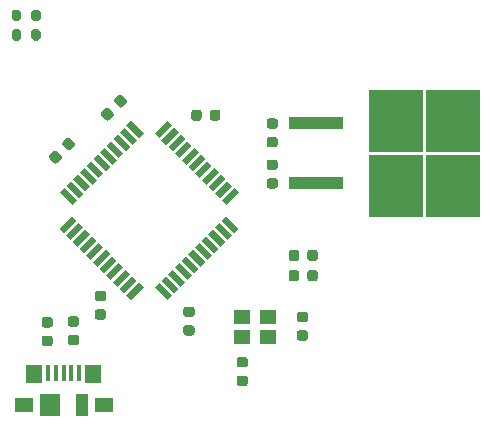
<source format=gtp>
G04 #@! TF.GenerationSoftware,KiCad,Pcbnew,(5.1.10-1-10_14)*
G04 #@! TF.CreationDate,2021-11-11T19:55:44+01:00*
G04 #@! TF.ProjectId,Demo Project 01,44656d6f-2050-4726-9f6a-656374203031,mk0*
G04 #@! TF.SameCoordinates,Original*
G04 #@! TF.FileFunction,Paste,Top*
G04 #@! TF.FilePolarity,Positive*
%FSLAX46Y46*%
G04 Gerber Fmt 4.6, Leading zero omitted, Abs format (unit mm)*
G04 Created by KiCad (PCBNEW (5.1.10-1-10_14)) date 2021-11-11 19:55:44*
%MOMM*%
%LPD*%
G01*
G04 APERTURE LIST*
%ADD10R,1.400000X1.200000*%
%ADD11R,0.450000X1.380000*%
%ADD12R,1.425000X1.550000*%
%ADD13R,1.650000X1.300000*%
%ADD14R,1.800000X1.900000*%
%ADD15R,1.000000X1.900000*%
%ADD16R,4.600000X1.100000*%
%ADD17R,4.550000X5.250000*%
%ADD18C,0.100000*%
G04 APERTURE END LIST*
G36*
G01*
X89428000Y-111739000D02*
X89428000Y-112289000D01*
G75*
G02*
X89228000Y-112489000I-200000J0D01*
G01*
X88828000Y-112489000D01*
G75*
G02*
X88628000Y-112289000I0J200000D01*
G01*
X88628000Y-111739000D01*
G75*
G02*
X88828000Y-111539000I200000J0D01*
G01*
X89228000Y-111539000D01*
G75*
G02*
X89428000Y-111739000I0J-200000D01*
G01*
G37*
G36*
G01*
X91078000Y-111739000D02*
X91078000Y-112289000D01*
G75*
G02*
X90878000Y-112489000I-200000J0D01*
G01*
X90478000Y-112489000D01*
G75*
G02*
X90278000Y-112289000I0J200000D01*
G01*
X90278000Y-111739000D01*
G75*
G02*
X90478000Y-111539000I200000J0D01*
G01*
X90878000Y-111539000D01*
G75*
G02*
X91078000Y-111739000I0J-200000D01*
G01*
G37*
G36*
G01*
X90278000Y-110638000D02*
X90278000Y-110088000D01*
G75*
G02*
X90478000Y-109888000I200000J0D01*
G01*
X90878000Y-109888000D01*
G75*
G02*
X91078000Y-110088000I0J-200000D01*
G01*
X91078000Y-110638000D01*
G75*
G02*
X90878000Y-110838000I-200000J0D01*
G01*
X90478000Y-110838000D01*
G75*
G02*
X90278000Y-110638000I0J200000D01*
G01*
G37*
G36*
G01*
X88628000Y-110638000D02*
X88628000Y-110088000D01*
G75*
G02*
X88828000Y-109888000I200000J0D01*
G01*
X89228000Y-109888000D01*
G75*
G02*
X89428000Y-110088000I0J-200000D01*
G01*
X89428000Y-110638000D01*
G75*
G02*
X89228000Y-110838000I-200000J0D01*
G01*
X88828000Y-110838000D01*
G75*
G02*
X88628000Y-110638000I0J200000D01*
G01*
G37*
D10*
X110363000Y-137590000D03*
X108163000Y-137590000D03*
X108163000Y-135890000D03*
X110363000Y-135890000D03*
G36*
G01*
X93570857Y-120760250D02*
X93933250Y-121122643D01*
G75*
G02*
X93933250Y-121432003I-154680J-154680D01*
G01*
X93623891Y-121741362D01*
G75*
G02*
X93314531Y-121741362I-154680J154680D01*
G01*
X92952138Y-121378969D01*
G75*
G02*
X92952138Y-121069609I154680J154680D01*
G01*
X93261497Y-120760250D01*
G75*
G02*
X93570857Y-120760250I154680J-154680D01*
G01*
G37*
G36*
G01*
X92457163Y-121873944D02*
X92819556Y-122236337D01*
G75*
G02*
X92819556Y-122545697I-154680J-154680D01*
G01*
X92510197Y-122855056D01*
G75*
G02*
X92200837Y-122855056I-154680J154680D01*
G01*
X91838444Y-122492663D01*
G75*
G02*
X91838444Y-122183303I154680J154680D01*
G01*
X92147803Y-121873944D01*
G75*
G02*
X92457163Y-121873944I154680J-154680D01*
G01*
G37*
G36*
G01*
X96853316Y-118239791D02*
X97215709Y-118602184D01*
G75*
G02*
X97215709Y-118911544I-154680J-154680D01*
G01*
X96906350Y-119220903D01*
G75*
G02*
X96596990Y-119220903I-154680J154680D01*
G01*
X96234597Y-118858510D01*
G75*
G02*
X96234597Y-118549150I154680J154680D01*
G01*
X96543956Y-118239791D01*
G75*
G02*
X96853316Y-118239791I154680J-154680D01*
G01*
G37*
G36*
G01*
X97967010Y-117126097D02*
X98329403Y-117488490D01*
G75*
G02*
X98329403Y-117797850I-154680J-154680D01*
G01*
X98020044Y-118107209D01*
G75*
G02*
X97710684Y-118107209I-154680J154680D01*
G01*
X97348291Y-117744816D01*
G75*
G02*
X97348291Y-117435456I154680J154680D01*
G01*
X97657650Y-117126097D01*
G75*
G02*
X97967010Y-117126097I154680J-154680D01*
G01*
G37*
G36*
G01*
X113489450Y-137902500D02*
X112976950Y-137902500D01*
G75*
G02*
X112758200Y-137683750I0J218750D01*
G01*
X112758200Y-137246250D01*
G75*
G02*
X112976950Y-137027500I218750J0D01*
G01*
X113489450Y-137027500D01*
G75*
G02*
X113708200Y-137246250I0J-218750D01*
G01*
X113708200Y-137683750D01*
G75*
G02*
X113489450Y-137902500I-218750J0D01*
G01*
G37*
G36*
G01*
X113489450Y-136327500D02*
X112976950Y-136327500D01*
G75*
G02*
X112758200Y-136108750I0J218750D01*
G01*
X112758200Y-135671250D01*
G75*
G02*
X112976950Y-135452500I218750J0D01*
G01*
X113489450Y-135452500D01*
G75*
G02*
X113708200Y-135671250I0J-218750D01*
G01*
X113708200Y-136108750D01*
G75*
G02*
X113489450Y-136327500I-218750J0D01*
G01*
G37*
G36*
G01*
X108409450Y-140162800D02*
X107896950Y-140162800D01*
G75*
G02*
X107678200Y-139944050I0J218750D01*
G01*
X107678200Y-139506550D01*
G75*
G02*
X107896950Y-139287800I218750J0D01*
G01*
X108409450Y-139287800D01*
G75*
G02*
X108628200Y-139506550I0J-218750D01*
G01*
X108628200Y-139944050D01*
G75*
G02*
X108409450Y-140162800I-218750J0D01*
G01*
G37*
G36*
G01*
X108409450Y-141737800D02*
X107896950Y-141737800D01*
G75*
G02*
X107678200Y-141519050I0J218750D01*
G01*
X107678200Y-141081550D01*
G75*
G02*
X107896950Y-140862800I218750J0D01*
G01*
X108409450Y-140862800D01*
G75*
G02*
X108628200Y-141081550I0J-218750D01*
G01*
X108628200Y-141519050D01*
G75*
G02*
X108409450Y-141737800I-218750J0D01*
G01*
G37*
G36*
G01*
X95882750Y-133674500D02*
X96395250Y-133674500D01*
G75*
G02*
X96614000Y-133893250I0J-218750D01*
G01*
X96614000Y-134330750D01*
G75*
G02*
X96395250Y-134549500I-218750J0D01*
G01*
X95882750Y-134549500D01*
G75*
G02*
X95664000Y-134330750I0J218750D01*
G01*
X95664000Y-133893250D01*
G75*
G02*
X95882750Y-133674500I218750J0D01*
G01*
G37*
G36*
G01*
X95882750Y-135249500D02*
X96395250Y-135249500D01*
G75*
G02*
X96614000Y-135468250I0J-218750D01*
G01*
X96614000Y-135905750D01*
G75*
G02*
X96395250Y-136124500I-218750J0D01*
G01*
X95882750Y-136124500D01*
G75*
G02*
X95664000Y-135905750I0J218750D01*
G01*
X95664000Y-135468250D01*
G75*
G02*
X95882750Y-135249500I218750J0D01*
G01*
G37*
G36*
G01*
X110424250Y-120657000D02*
X110936750Y-120657000D01*
G75*
G02*
X111155500Y-120875750I0J-218750D01*
G01*
X111155500Y-121313250D01*
G75*
G02*
X110936750Y-121532000I-218750J0D01*
G01*
X110424250Y-121532000D01*
G75*
G02*
X110205500Y-121313250I0J218750D01*
G01*
X110205500Y-120875750D01*
G75*
G02*
X110424250Y-120657000I218750J0D01*
G01*
G37*
G36*
G01*
X110424250Y-119082000D02*
X110936750Y-119082000D01*
G75*
G02*
X111155500Y-119300750I0J-218750D01*
G01*
X111155500Y-119738250D01*
G75*
G02*
X110936750Y-119957000I-218750J0D01*
G01*
X110424250Y-119957000D01*
G75*
G02*
X110205500Y-119738250I0J218750D01*
G01*
X110205500Y-119300750D01*
G75*
G02*
X110424250Y-119082000I218750J0D01*
G01*
G37*
G36*
G01*
X110936750Y-125024500D02*
X110424250Y-125024500D01*
G75*
G02*
X110205500Y-124805750I0J218750D01*
G01*
X110205500Y-124368250D01*
G75*
G02*
X110424250Y-124149500I218750J0D01*
G01*
X110936750Y-124149500D01*
G75*
G02*
X111155500Y-124368250I0J-218750D01*
G01*
X111155500Y-124805750D01*
G75*
G02*
X110936750Y-125024500I-218750J0D01*
G01*
G37*
G36*
G01*
X110936750Y-123449500D02*
X110424250Y-123449500D01*
G75*
G02*
X110205500Y-123230750I0J218750D01*
G01*
X110205500Y-122793250D01*
G75*
G02*
X110424250Y-122574500I218750J0D01*
G01*
X110936750Y-122574500D01*
G75*
G02*
X111155500Y-122793250I0J-218750D01*
G01*
X111155500Y-123230750D01*
G75*
G02*
X110936750Y-123449500I-218750J0D01*
G01*
G37*
D11*
X91727500Y-140653000D03*
X92377500Y-140653000D03*
X93027500Y-140653000D03*
X93677500Y-140653000D03*
X94327500Y-140653000D03*
D12*
X90540000Y-140738000D03*
X95515000Y-140738000D03*
D13*
X89652500Y-143313000D03*
X96402500Y-143313000D03*
D14*
X91877500Y-143313000D03*
D15*
X94577500Y-143313000D03*
G36*
G01*
X103375750Y-135020500D02*
X103888250Y-135020500D01*
G75*
G02*
X104107000Y-135239250I0J-218750D01*
G01*
X104107000Y-135676750D01*
G75*
G02*
X103888250Y-135895500I-218750J0D01*
G01*
X103375750Y-135895500D01*
G75*
G02*
X103157000Y-135676750I0J218750D01*
G01*
X103157000Y-135239250D01*
G75*
G02*
X103375750Y-135020500I218750J0D01*
G01*
G37*
G36*
G01*
X103375750Y-136595500D02*
X103888250Y-136595500D01*
G75*
G02*
X104107000Y-136814250I0J-218750D01*
G01*
X104107000Y-137251750D01*
G75*
G02*
X103888250Y-137470500I-218750J0D01*
G01*
X103375750Y-137470500D01*
G75*
G02*
X103157000Y-137251750I0J218750D01*
G01*
X103157000Y-136814250D01*
G75*
G02*
X103375750Y-136595500I218750J0D01*
G01*
G37*
G36*
G01*
X112959500Y-132141250D02*
X112959500Y-132653750D01*
G75*
G02*
X112740750Y-132872500I-218750J0D01*
G01*
X112303250Y-132872500D01*
G75*
G02*
X112084500Y-132653750I0J218750D01*
G01*
X112084500Y-132141250D01*
G75*
G02*
X112303250Y-131922500I218750J0D01*
G01*
X112740750Y-131922500D01*
G75*
G02*
X112959500Y-132141250I0J-218750D01*
G01*
G37*
G36*
G01*
X114534500Y-132141250D02*
X114534500Y-132653750D01*
G75*
G02*
X114315750Y-132872500I-218750J0D01*
G01*
X113878250Y-132872500D01*
G75*
G02*
X113659500Y-132653750I0J218750D01*
G01*
X113659500Y-132141250D01*
G75*
G02*
X113878250Y-131922500I218750J0D01*
G01*
X114315750Y-131922500D01*
G75*
G02*
X114534500Y-132141250I0J-218750D01*
G01*
G37*
G36*
G01*
X114534500Y-130426750D02*
X114534500Y-130939250D01*
G75*
G02*
X114315750Y-131158000I-218750J0D01*
G01*
X113878250Y-131158000D01*
G75*
G02*
X113659500Y-130939250I0J218750D01*
G01*
X113659500Y-130426750D01*
G75*
G02*
X113878250Y-130208000I218750J0D01*
G01*
X114315750Y-130208000D01*
G75*
G02*
X114534500Y-130426750I0J-218750D01*
G01*
G37*
G36*
G01*
X112959500Y-130426750D02*
X112959500Y-130939250D01*
G75*
G02*
X112740750Y-131158000I-218750J0D01*
G01*
X112303250Y-131158000D01*
G75*
G02*
X112084500Y-130939250I0J218750D01*
G01*
X112084500Y-130426750D01*
G75*
G02*
X112303250Y-130208000I218750J0D01*
G01*
X112740750Y-130208000D01*
G75*
G02*
X112959500Y-130426750I0J-218750D01*
G01*
G37*
G36*
G01*
X105404500Y-119064750D02*
X105404500Y-118552250D01*
G75*
G02*
X105623250Y-118333500I218750J0D01*
G01*
X106060750Y-118333500D01*
G75*
G02*
X106279500Y-118552250I0J-218750D01*
G01*
X106279500Y-119064750D01*
G75*
G02*
X106060750Y-119283500I-218750J0D01*
G01*
X105623250Y-119283500D01*
G75*
G02*
X105404500Y-119064750I0J218750D01*
G01*
G37*
G36*
G01*
X103829500Y-119064750D02*
X103829500Y-118552250D01*
G75*
G02*
X104048250Y-118333500I218750J0D01*
G01*
X104485750Y-118333500D01*
G75*
G02*
X104704500Y-118552250I0J-218750D01*
G01*
X104704500Y-119064750D01*
G75*
G02*
X104485750Y-119283500I-218750J0D01*
G01*
X104048250Y-119283500D01*
G75*
G02*
X103829500Y-119064750I0J218750D01*
G01*
G37*
G36*
G01*
X91374250Y-137484500D02*
X91886750Y-137484500D01*
G75*
G02*
X92105500Y-137703250I0J-218750D01*
G01*
X92105500Y-138140750D01*
G75*
G02*
X91886750Y-138359500I-218750J0D01*
G01*
X91374250Y-138359500D01*
G75*
G02*
X91155500Y-138140750I0J218750D01*
G01*
X91155500Y-137703250D01*
G75*
G02*
X91374250Y-137484500I218750J0D01*
G01*
G37*
G36*
G01*
X91374250Y-135909500D02*
X91886750Y-135909500D01*
G75*
G02*
X92105500Y-136128250I0J-218750D01*
G01*
X92105500Y-136565750D01*
G75*
G02*
X91886750Y-136784500I-218750J0D01*
G01*
X91374250Y-136784500D01*
G75*
G02*
X91155500Y-136565750I0J218750D01*
G01*
X91155500Y-136128250D01*
G75*
G02*
X91374250Y-135909500I218750J0D01*
G01*
G37*
G36*
G01*
X93596750Y-135846000D02*
X94109250Y-135846000D01*
G75*
G02*
X94328000Y-136064750I0J-218750D01*
G01*
X94328000Y-136502250D01*
G75*
G02*
X94109250Y-136721000I-218750J0D01*
G01*
X93596750Y-136721000D01*
G75*
G02*
X93378000Y-136502250I0J218750D01*
G01*
X93378000Y-136064750D01*
G75*
G02*
X93596750Y-135846000I218750J0D01*
G01*
G37*
G36*
G01*
X93596750Y-137421000D02*
X94109250Y-137421000D01*
G75*
G02*
X94328000Y-137639750I0J-218750D01*
G01*
X94328000Y-138077250D01*
G75*
G02*
X94109250Y-138296000I-218750J0D01*
G01*
X93596750Y-138296000D01*
G75*
G02*
X93378000Y-138077250I0J218750D01*
G01*
X93378000Y-137639750D01*
G75*
G02*
X93596750Y-137421000I218750J0D01*
G01*
G37*
D16*
X114430500Y-119507000D03*
X114430500Y-124587000D03*
D17*
X126005500Y-124822000D03*
X121155500Y-119272000D03*
X126005500Y-119272000D03*
X121155500Y-124822000D03*
D18*
G36*
X94132348Y-126006794D02*
G01*
X93743440Y-126395702D01*
X92682780Y-125335042D01*
X93071688Y-124946134D01*
X94132348Y-126006794D01*
G37*
G36*
X94698034Y-125441109D02*
G01*
X94309126Y-125830017D01*
X93248466Y-124769357D01*
X93637374Y-124380449D01*
X94698034Y-125441109D01*
G37*
G36*
X95263719Y-124875424D02*
G01*
X94874811Y-125264332D01*
X93814151Y-124203672D01*
X94203059Y-123814764D01*
X95263719Y-124875424D01*
G37*
G36*
X95829404Y-124309738D02*
G01*
X95440496Y-124698646D01*
X94379836Y-123637986D01*
X94768744Y-123249078D01*
X95829404Y-124309738D01*
G37*
G36*
X96395090Y-123744053D02*
G01*
X96006182Y-124132961D01*
X94945522Y-123072301D01*
X95334430Y-122683393D01*
X96395090Y-123744053D01*
G37*
G36*
X96960775Y-123178367D02*
G01*
X96571867Y-123567275D01*
X95511207Y-122506615D01*
X95900115Y-122117707D01*
X96960775Y-123178367D01*
G37*
G36*
X97526461Y-122612682D02*
G01*
X97137553Y-123001590D01*
X96076893Y-121940930D01*
X96465801Y-121552022D01*
X97526461Y-122612682D01*
G37*
G36*
X98092146Y-122046996D02*
G01*
X97703238Y-122435904D01*
X96642578Y-121375244D01*
X97031486Y-120986336D01*
X98092146Y-122046996D01*
G37*
G36*
X98657832Y-121481311D02*
G01*
X98268924Y-121870219D01*
X97208264Y-120809559D01*
X97597172Y-120420651D01*
X98657832Y-121481311D01*
G37*
G36*
X99223517Y-120915626D02*
G01*
X98834609Y-121304534D01*
X97773949Y-120243874D01*
X98162857Y-119854966D01*
X99223517Y-120915626D01*
G37*
G36*
X99789202Y-120349940D02*
G01*
X99400294Y-120738848D01*
X98339634Y-119678188D01*
X98728542Y-119289280D01*
X99789202Y-120349940D01*
G37*
G36*
X101132706Y-120738848D02*
G01*
X100743798Y-120349940D01*
X101804458Y-119289280D01*
X102193366Y-119678188D01*
X101132706Y-120738848D01*
G37*
G36*
X101698391Y-121304534D02*
G01*
X101309483Y-120915626D01*
X102370143Y-119854966D01*
X102759051Y-120243874D01*
X101698391Y-121304534D01*
G37*
G36*
X102264076Y-121870219D02*
G01*
X101875168Y-121481311D01*
X102935828Y-120420651D01*
X103324736Y-120809559D01*
X102264076Y-121870219D01*
G37*
G36*
X102829762Y-122435904D02*
G01*
X102440854Y-122046996D01*
X103501514Y-120986336D01*
X103890422Y-121375244D01*
X102829762Y-122435904D01*
G37*
G36*
X103395447Y-123001590D02*
G01*
X103006539Y-122612682D01*
X104067199Y-121552022D01*
X104456107Y-121940930D01*
X103395447Y-123001590D01*
G37*
G36*
X103961133Y-123567275D02*
G01*
X103572225Y-123178367D01*
X104632885Y-122117707D01*
X105021793Y-122506615D01*
X103961133Y-123567275D01*
G37*
G36*
X104526818Y-124132961D02*
G01*
X104137910Y-123744053D01*
X105198570Y-122683393D01*
X105587478Y-123072301D01*
X104526818Y-124132961D01*
G37*
G36*
X105092504Y-124698646D02*
G01*
X104703596Y-124309738D01*
X105764256Y-123249078D01*
X106153164Y-123637986D01*
X105092504Y-124698646D01*
G37*
G36*
X105658189Y-125264332D02*
G01*
X105269281Y-124875424D01*
X106329941Y-123814764D01*
X106718849Y-124203672D01*
X105658189Y-125264332D01*
G37*
G36*
X106223874Y-125830017D02*
G01*
X105834966Y-125441109D01*
X106895626Y-124380449D01*
X107284534Y-124769357D01*
X106223874Y-125830017D01*
G37*
G36*
X106789560Y-126395702D02*
G01*
X106400652Y-126006794D01*
X107461312Y-124946134D01*
X107850220Y-125335042D01*
X106789560Y-126395702D01*
G37*
G36*
X107850220Y-128410958D02*
G01*
X107461312Y-128799866D01*
X106400652Y-127739206D01*
X106789560Y-127350298D01*
X107850220Y-128410958D01*
G37*
G36*
X107284534Y-128976643D02*
G01*
X106895626Y-129365551D01*
X105834966Y-128304891D01*
X106223874Y-127915983D01*
X107284534Y-128976643D01*
G37*
G36*
X106718849Y-129542328D02*
G01*
X106329941Y-129931236D01*
X105269281Y-128870576D01*
X105658189Y-128481668D01*
X106718849Y-129542328D01*
G37*
G36*
X106153164Y-130108014D02*
G01*
X105764256Y-130496922D01*
X104703596Y-129436262D01*
X105092504Y-129047354D01*
X106153164Y-130108014D01*
G37*
G36*
X105587478Y-130673699D02*
G01*
X105198570Y-131062607D01*
X104137910Y-130001947D01*
X104526818Y-129613039D01*
X105587478Y-130673699D01*
G37*
G36*
X105021793Y-131239385D02*
G01*
X104632885Y-131628293D01*
X103572225Y-130567633D01*
X103961133Y-130178725D01*
X105021793Y-131239385D01*
G37*
G36*
X104456107Y-131805070D02*
G01*
X104067199Y-132193978D01*
X103006539Y-131133318D01*
X103395447Y-130744410D01*
X104456107Y-131805070D01*
G37*
G36*
X103890422Y-132370756D02*
G01*
X103501514Y-132759664D01*
X102440854Y-131699004D01*
X102829762Y-131310096D01*
X103890422Y-132370756D01*
G37*
G36*
X103324736Y-132936441D02*
G01*
X102935828Y-133325349D01*
X101875168Y-132264689D01*
X102264076Y-131875781D01*
X103324736Y-132936441D01*
G37*
G36*
X102759051Y-133502126D02*
G01*
X102370143Y-133891034D01*
X101309483Y-132830374D01*
X101698391Y-132441466D01*
X102759051Y-133502126D01*
G37*
G36*
X102193366Y-134067812D02*
G01*
X101804458Y-134456720D01*
X100743798Y-133396060D01*
X101132706Y-133007152D01*
X102193366Y-134067812D01*
G37*
G36*
X98728542Y-134456720D02*
G01*
X98339634Y-134067812D01*
X99400294Y-133007152D01*
X99789202Y-133396060D01*
X98728542Y-134456720D01*
G37*
G36*
X98162857Y-133891034D02*
G01*
X97773949Y-133502126D01*
X98834609Y-132441466D01*
X99223517Y-132830374D01*
X98162857Y-133891034D01*
G37*
G36*
X97597172Y-133325349D02*
G01*
X97208264Y-132936441D01*
X98268924Y-131875781D01*
X98657832Y-132264689D01*
X97597172Y-133325349D01*
G37*
G36*
X97031486Y-132759664D02*
G01*
X96642578Y-132370756D01*
X97703238Y-131310096D01*
X98092146Y-131699004D01*
X97031486Y-132759664D01*
G37*
G36*
X96465801Y-132193978D02*
G01*
X96076893Y-131805070D01*
X97137553Y-130744410D01*
X97526461Y-131133318D01*
X96465801Y-132193978D01*
G37*
G36*
X95900115Y-131628293D02*
G01*
X95511207Y-131239385D01*
X96571867Y-130178725D01*
X96960775Y-130567633D01*
X95900115Y-131628293D01*
G37*
G36*
X95334430Y-131062607D02*
G01*
X94945522Y-130673699D01*
X96006182Y-129613039D01*
X96395090Y-130001947D01*
X95334430Y-131062607D01*
G37*
G36*
X94768744Y-130496922D02*
G01*
X94379836Y-130108014D01*
X95440496Y-129047354D01*
X95829404Y-129436262D01*
X94768744Y-130496922D01*
G37*
G36*
X94203059Y-129931236D02*
G01*
X93814151Y-129542328D01*
X94874811Y-128481668D01*
X95263719Y-128870576D01*
X94203059Y-129931236D01*
G37*
G36*
X93637374Y-129365551D02*
G01*
X93248466Y-128976643D01*
X94309126Y-127915983D01*
X94698034Y-128304891D01*
X93637374Y-129365551D01*
G37*
G36*
X93071688Y-128799866D02*
G01*
X92682780Y-128410958D01*
X93743440Y-127350298D01*
X94132348Y-127739206D01*
X93071688Y-128799866D01*
G37*
M02*

</source>
